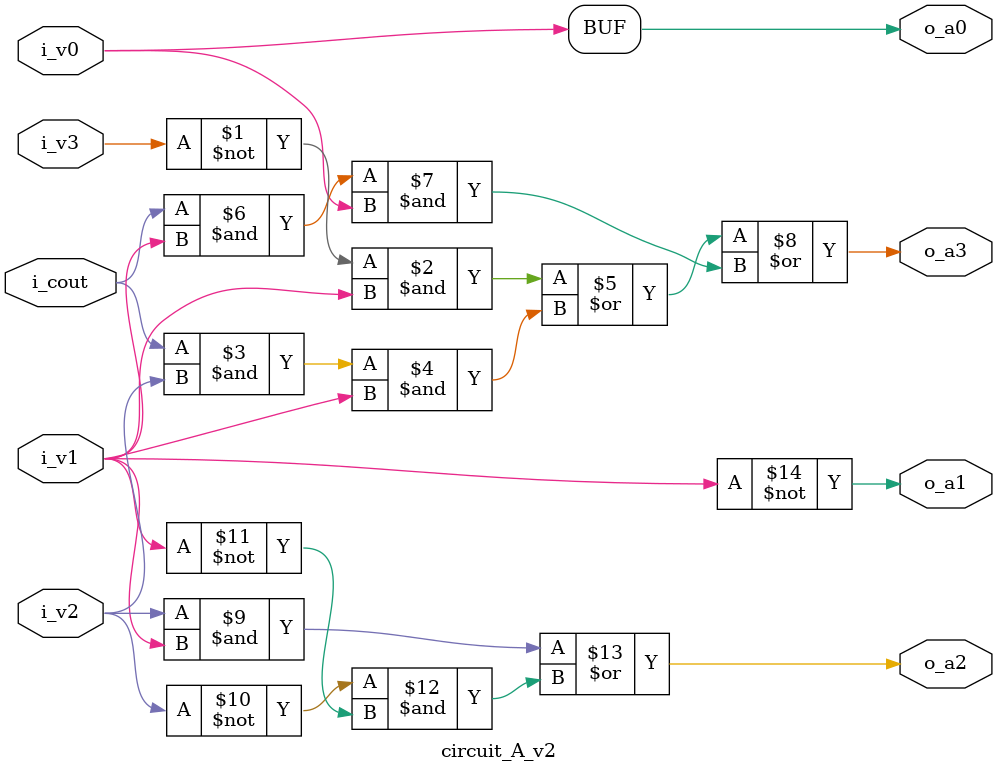
<source format=v>

`default_nettype none

module circuit_A_v2(
	input		i_cout,
	input 	i_v3,
	input 	i_v2,
	input 	i_v1,
	input 	i_v0,
	output 	o_a0,
	output 	o_a1,
	output 	o_a2,
	output 	o_a3
);

	// Combinational Logic only
	// TODO
	assign o_a3 = ~i_v3&i_v1|i_cout&i_v2&i_v1|i_cout&i_v1&i_v0;
	assign o_a2 = i_v2&i_v1|~i_v2&~i_v1;
	assign o_a1 = ~i_v1;
	assign o_a0 = i_v0;
endmodule


</source>
